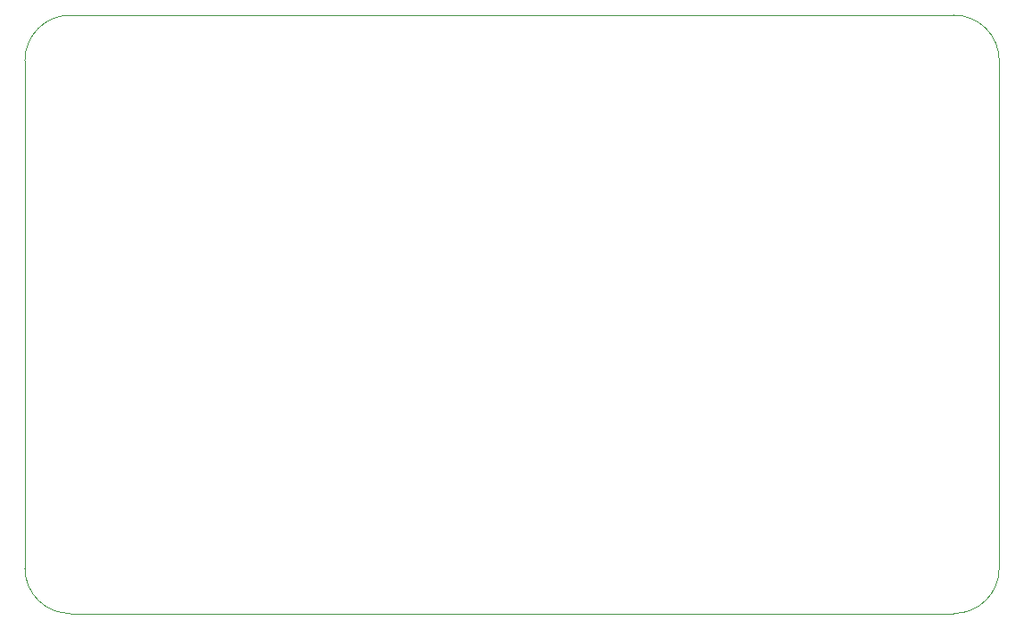
<source format=gbr>
G04 #@! TF.GenerationSoftware,KiCad,Pcbnew,7.0.11+dfsg-1build4*
G04 #@! TF.CreationDate,2025-04-23T22:41:42-04:00*
G04 #@! TF.ProjectId,trackteur_arduino_V1,74726163-6b74-4657-9572-5f6172647569,rev?*
G04 #@! TF.SameCoordinates,Original*
G04 #@! TF.FileFunction,Profile,NP*
%FSLAX46Y46*%
G04 Gerber Fmt 4.6, Leading zero omitted, Abs format (unit mm)*
G04 Created by KiCad (PCBNEW 7.0.11+dfsg-1build4) date 2025-04-23 22:41:42*
%MOMM*%
%LPD*%
G01*
G04 APERTURE LIST*
G04 #@! TA.AperFunction,Profile*
%ADD10C,0.100000*%
G04 #@! TD*
G04 APERTURE END LIST*
D10*
X249200000Y-92800000D02*
X249200000Y-44620000D01*
X161100000Y-97100000D02*
X244900000Y-97100000D01*
X161100000Y-40320000D02*
G75*
G03*
X156800000Y-44620000I0J-4300000D01*
G01*
X244900000Y-40320000D02*
X161100000Y-40320000D01*
X244900000Y-97100000D02*
G75*
G03*
X249200000Y-92800000I0J4300000D01*
G01*
X156800000Y-92800000D02*
G75*
G03*
X161100000Y-97100000I4300000J0D01*
G01*
X156800000Y-44620000D02*
X156800000Y-92800000D01*
X249200000Y-44620000D02*
G75*
G03*
X244900000Y-40320000I-4300000J0D01*
G01*
M02*

</source>
